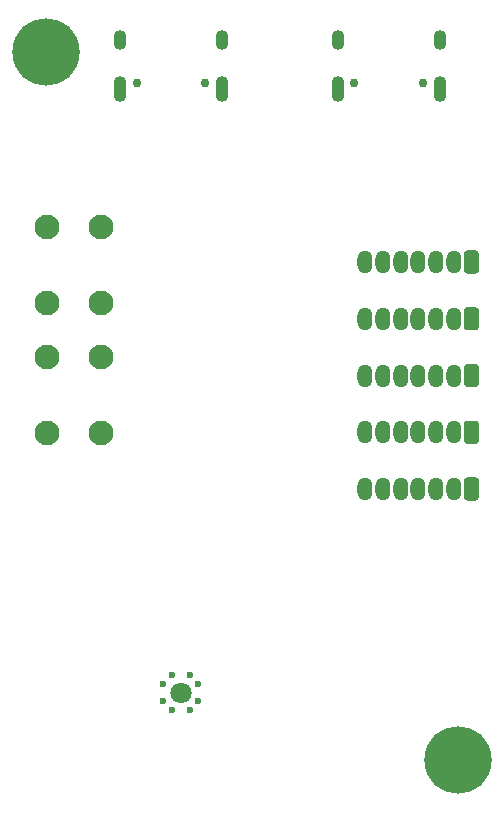
<source format=gbr>
%TF.GenerationSoftware,KiCad,Pcbnew,5.1.6-c6e7f7d~86~ubuntu18.04.1*%
%TF.CreationDate,2021-04-26T01:47:06-07:00*%
%TF.ProjectId,main_board,6d61696e-5f62-46f6-9172-642e6b696361,rev?*%
%TF.SameCoordinates,Original*%
%TF.FileFunction,Soldermask,Bot*%
%TF.FilePolarity,Negative*%
%FSLAX46Y46*%
G04 Gerber Fmt 4.6, Leading zero omitted, Abs format (unit mm)*
G04 Created by KiCad (PCBNEW 5.1.6-c6e7f7d~86~ubuntu18.04.1) date 2021-04-26 01:47:06*
%MOMM*%
%LPD*%
G01*
G04 APERTURE LIST*
%ADD10C,2.100000*%
%ADD11C,0.600000*%
%ADD12C,1.800000*%
%ADD13C,5.700000*%
%ADD14O,1.100000X2.200000*%
%ADD15C,0.750000*%
%ADD16O,1.100000X1.700000*%
%ADD17O,1.270000X1.970000*%
G04 APERTURE END LIST*
D10*
%TO.C,SW2*%
X158200000Y-68800000D03*
X153700000Y-68800000D03*
X158200000Y-62300000D03*
X153700000Y-62300000D03*
%TD*%
D11*
%TO.C,U1*%
X163490000Y-90000000D03*
X166490000Y-90000000D03*
X163490000Y-91500000D03*
X166490000Y-91500000D03*
X164240000Y-89250000D03*
X165740000Y-89250000D03*
X164240000Y-92250000D03*
X165740000Y-92250000D03*
D12*
X164990000Y-90750000D03*
%TD*%
D13*
%TO.C,H2*%
X153550000Y-36549999D03*
%TD*%
%TO.C,H1*%
X188450000Y-96450000D03*
%TD*%
D14*
%TO.C,J7*%
X178260000Y-39680000D03*
X186900000Y-39680000D03*
D15*
X185470000Y-39150000D03*
D16*
X186900000Y-35500000D03*
D15*
X179690000Y-39150000D03*
D16*
X178260000Y-35500000D03*
%TD*%
D14*
%TO.C,J6*%
X159860000Y-39680000D03*
X168500000Y-39680000D03*
D15*
X167070000Y-39150000D03*
D16*
X168500000Y-35500000D03*
D15*
X161290000Y-39150000D03*
D16*
X159860000Y-35500000D03*
%TD*%
D10*
%TO.C,SW1*%
X153700000Y-51300000D03*
X158200000Y-51300000D03*
X153700000Y-57800000D03*
X158200000Y-57800000D03*
%TD*%
D17*
%TO.C,J5*%
X180600000Y-73500000D03*
X182100000Y-73500000D03*
X183600000Y-73500000D03*
X185100000Y-73500000D03*
X186600000Y-73500000D03*
X188100000Y-73500000D03*
G36*
G01*
X190235000Y-72786367D02*
X190235000Y-74213633D01*
G75*
G02*
X189963633Y-74485000I-271367J0D01*
G01*
X189236367Y-74485000D01*
G75*
G02*
X188965000Y-74213633I0J271367D01*
G01*
X188965000Y-72786367D01*
G75*
G02*
X189236367Y-72515000I271367J0D01*
G01*
X189963633Y-72515000D01*
G75*
G02*
X190235000Y-72786367I0J-271367D01*
G01*
G37*
%TD*%
%TO.C,J4*%
X180600000Y-68700000D03*
X182100000Y-68700000D03*
X183600000Y-68700000D03*
X185100000Y-68700000D03*
X186600000Y-68700000D03*
X188100000Y-68700000D03*
G36*
G01*
X190235000Y-67986367D02*
X190235000Y-69413633D01*
G75*
G02*
X189963633Y-69685000I-271367J0D01*
G01*
X189236367Y-69685000D01*
G75*
G02*
X188965000Y-69413633I0J271367D01*
G01*
X188965000Y-67986367D01*
G75*
G02*
X189236367Y-67715000I271367J0D01*
G01*
X189963633Y-67715000D01*
G75*
G02*
X190235000Y-67986367I0J-271367D01*
G01*
G37*
%TD*%
%TO.C,J3*%
X180600000Y-63900000D03*
X182100000Y-63900000D03*
X183600000Y-63900000D03*
X185100000Y-63900000D03*
X186600000Y-63900000D03*
X188100000Y-63900000D03*
G36*
G01*
X190235000Y-63186367D02*
X190235000Y-64613633D01*
G75*
G02*
X189963633Y-64885000I-271367J0D01*
G01*
X189236367Y-64885000D01*
G75*
G02*
X188965000Y-64613633I0J271367D01*
G01*
X188965000Y-63186367D01*
G75*
G02*
X189236367Y-62915000I271367J0D01*
G01*
X189963633Y-62915000D01*
G75*
G02*
X190235000Y-63186367I0J-271367D01*
G01*
G37*
%TD*%
%TO.C,J2*%
X180600000Y-59100000D03*
X182100000Y-59100000D03*
X183600000Y-59100000D03*
X185100000Y-59100000D03*
X186600000Y-59100000D03*
X188100000Y-59100000D03*
G36*
G01*
X190235000Y-58386367D02*
X190235000Y-59813633D01*
G75*
G02*
X189963633Y-60085000I-271367J0D01*
G01*
X189236367Y-60085000D01*
G75*
G02*
X188965000Y-59813633I0J271367D01*
G01*
X188965000Y-58386367D01*
G75*
G02*
X189236367Y-58115000I271367J0D01*
G01*
X189963633Y-58115000D01*
G75*
G02*
X190235000Y-58386367I0J-271367D01*
G01*
G37*
%TD*%
%TO.C,J1*%
X180600000Y-54300000D03*
X182100000Y-54300000D03*
X183600000Y-54300000D03*
X185100000Y-54300000D03*
X186600000Y-54300000D03*
X188100000Y-54300000D03*
G36*
G01*
X190235000Y-53586367D02*
X190235000Y-55013633D01*
G75*
G02*
X189963633Y-55285000I-271367J0D01*
G01*
X189236367Y-55285000D01*
G75*
G02*
X188965000Y-55013633I0J271367D01*
G01*
X188965000Y-53586367D01*
G75*
G02*
X189236367Y-53315000I271367J0D01*
G01*
X189963633Y-53315000D01*
G75*
G02*
X190235000Y-53586367I0J-271367D01*
G01*
G37*
%TD*%
M02*

</source>
